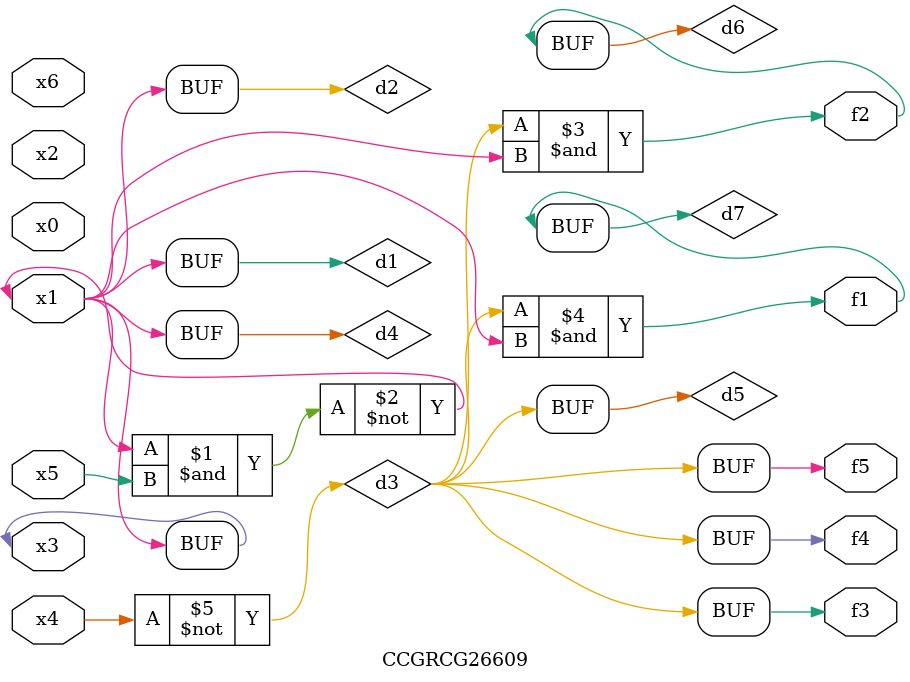
<source format=v>
module CCGRCG26609(
	input x0, x1, x2, x3, x4, x5, x6,
	output f1, f2, f3, f4, f5
);

	wire d1, d2, d3, d4, d5, d6, d7;

	buf (d1, x1, x3);
	nand (d2, x1, x5);
	not (d3, x4);
	buf (d4, d1, d2);
	buf (d5, d3);
	and (d6, d3, d4);
	and (d7, d3, d4);
	assign f1 = d7;
	assign f2 = d6;
	assign f3 = d5;
	assign f4 = d5;
	assign f5 = d5;
endmodule

</source>
